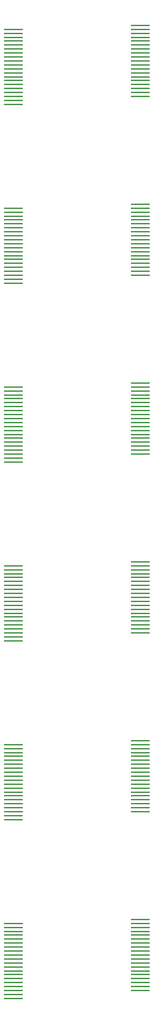
<source format=gbr>
%TF.GenerationSoftware,KiCad,Pcbnew,6.0.8-2.fc36*%
%TF.CreationDate,2022-10-20T17:48:41+01:00*%
%TF.ProjectId,pc070_aida_hdmi_dp,70633037-305f-4616-9964-615f68646d69,rev?*%
%TF.SameCoordinates,Original*%
%TF.FileFunction,Paste,Top*%
%TF.FilePolarity,Positive*%
%FSLAX46Y46*%
G04 Gerber Fmt 4.6, Leading zero omitted, Abs format (unit mm)*
G04 Created by KiCad (PCBNEW 6.0.8-2.fc36) date 2022-10-20 17:48:41*
%MOMM*%
%LPD*%
G01*
G04 APERTURE LIST*
%ADD10R,2.400000X0.280000*%
%ADD11R,2.350000X0.280000*%
G04 APERTURE END LIST*
D10*
%TO.C,J1*%
X83560000Y-54485000D03*
X83560000Y-54985000D03*
X83560000Y-55485000D03*
X83560000Y-55985000D03*
X83560000Y-56485000D03*
X83560000Y-56985000D03*
X83560000Y-57485000D03*
X83560000Y-57985000D03*
X83560000Y-58485000D03*
X83560000Y-58985000D03*
X83560000Y-59485000D03*
X83560000Y-59985000D03*
X83560000Y-60485000D03*
X83560000Y-60985000D03*
X83560000Y-61485000D03*
X83560000Y-61985000D03*
X83560000Y-62485000D03*
X83560000Y-62985000D03*
X83560000Y-63485000D03*
X83560000Y-63985000D03*
%TD*%
D11*
%TO.C,J6*%
X99675000Y-99197000D03*
X99675000Y-99697000D03*
X99675000Y-100197000D03*
X99675000Y-100697000D03*
X99675000Y-101197000D03*
X99675000Y-101697000D03*
X99675000Y-102197000D03*
X99675000Y-102697000D03*
X99675000Y-103197000D03*
X99675000Y-103697000D03*
X99675000Y-104197000D03*
X99675000Y-104697000D03*
X99675000Y-105197000D03*
X99675000Y-105697000D03*
X99675000Y-106197000D03*
X99675000Y-106697000D03*
X99675000Y-107197000D03*
X99675000Y-107697000D03*
X99675000Y-108197000D03*
%TD*%
%TO.C,J8*%
X99675000Y-121803000D03*
X99675000Y-122303000D03*
X99675000Y-122803000D03*
X99675000Y-123303000D03*
X99675000Y-123803000D03*
X99675000Y-124303000D03*
X99675000Y-124803000D03*
X99675000Y-125303000D03*
X99675000Y-125803000D03*
X99675000Y-126303000D03*
X99675000Y-126803000D03*
X99675000Y-127303000D03*
X99675000Y-127803000D03*
X99675000Y-128303000D03*
X99675000Y-128803000D03*
X99675000Y-129303000D03*
X99675000Y-129803000D03*
X99675000Y-130303000D03*
X99675000Y-130803000D03*
%TD*%
D10*
%TO.C,J7*%
X83560000Y-131803000D03*
X83560000Y-131303000D03*
X83560000Y-130803000D03*
X83560000Y-130303000D03*
X83560000Y-129803000D03*
X83560000Y-129303000D03*
X83560000Y-128803000D03*
X83560000Y-128303000D03*
X83560000Y-127803000D03*
X83560000Y-127303000D03*
X83560000Y-126803000D03*
X83560000Y-126303000D03*
X83560000Y-125803000D03*
X83560000Y-125303000D03*
X83560000Y-124803000D03*
X83560000Y-124303000D03*
X83560000Y-123803000D03*
X83560000Y-123303000D03*
X83560000Y-122803000D03*
X83560000Y-122303000D03*
%TD*%
D11*
%TO.C,J2*%
X99675000Y-53985000D03*
X99675000Y-54485000D03*
X99675000Y-54985000D03*
X99675000Y-55485000D03*
X99675000Y-55985000D03*
X99675000Y-56485000D03*
X99675000Y-56985000D03*
X99675000Y-57485000D03*
X99675000Y-57985000D03*
X99675000Y-58485000D03*
X99675000Y-58985000D03*
X99675000Y-59485000D03*
X99675000Y-59985000D03*
X99675000Y-60485000D03*
X99675000Y-60985000D03*
X99675000Y-61485000D03*
X99675000Y-61985000D03*
X99675000Y-62485000D03*
X99675000Y-62985000D03*
%TD*%
D10*
%TO.C,J9*%
X83560000Y-154409000D03*
X83560000Y-153909000D03*
X83560000Y-153409000D03*
X83560000Y-152909000D03*
X83560000Y-152409000D03*
X83560000Y-151909000D03*
X83560000Y-151409000D03*
X83560000Y-150909000D03*
X83560000Y-150409000D03*
X83560000Y-149909000D03*
X83560000Y-149409000D03*
X83560000Y-148909000D03*
X83560000Y-148409000D03*
X83560000Y-147909000D03*
X83560000Y-147409000D03*
X83560000Y-146909000D03*
X83560000Y-146409000D03*
X83560000Y-145909000D03*
X83560000Y-145409000D03*
X83560000Y-144909000D03*
%TD*%
D11*
%TO.C,J4*%
X99675000Y-76591000D03*
X99675000Y-77091000D03*
X99675000Y-77591000D03*
X99675000Y-78091000D03*
X99675000Y-78591000D03*
X99675000Y-79091000D03*
X99675000Y-79591000D03*
X99675000Y-80091000D03*
X99675000Y-80591000D03*
X99675000Y-81091000D03*
X99675000Y-81591000D03*
X99675000Y-82091000D03*
X99675000Y-82591000D03*
X99675000Y-83091000D03*
X99675000Y-83591000D03*
X99675000Y-84091000D03*
X99675000Y-84591000D03*
X99675000Y-85091000D03*
X99675000Y-85591000D03*
%TD*%
%TO.C,J10*%
X99675000Y-144409000D03*
X99675000Y-144909000D03*
X99675000Y-145409000D03*
X99675000Y-145909000D03*
X99675000Y-146409000D03*
X99675000Y-146909000D03*
X99675000Y-147409000D03*
X99675000Y-147909000D03*
X99675000Y-148409000D03*
X99675000Y-148909000D03*
X99675000Y-149409000D03*
X99675000Y-149909000D03*
X99675000Y-150409000D03*
X99675000Y-150909000D03*
X99675000Y-151409000D03*
X99675000Y-151909000D03*
X99675000Y-152409000D03*
X99675000Y-152909000D03*
X99675000Y-153409000D03*
%TD*%
%TO.C,J12*%
X99675000Y-167015000D03*
X99675000Y-167515000D03*
X99675000Y-168015000D03*
X99675000Y-168515000D03*
X99675000Y-169015000D03*
X99675000Y-169515000D03*
X99675000Y-170015000D03*
X99675000Y-170515000D03*
X99675000Y-171015000D03*
X99675000Y-171515000D03*
X99675000Y-172015000D03*
X99675000Y-172515000D03*
X99675000Y-173015000D03*
X99675000Y-173515000D03*
X99675000Y-174015000D03*
X99675000Y-174515000D03*
X99675000Y-175015000D03*
X99675000Y-175515000D03*
X99675000Y-176015000D03*
%TD*%
D10*
%TO.C,J3*%
X83560000Y-86591000D03*
X83560000Y-86091000D03*
X83560000Y-85591000D03*
X83560000Y-85091000D03*
X83560000Y-84591000D03*
X83560000Y-84091000D03*
X83560000Y-83591000D03*
X83560000Y-83091000D03*
X83560000Y-82591000D03*
X83560000Y-82091000D03*
X83560000Y-81591000D03*
X83560000Y-81091000D03*
X83560000Y-80591000D03*
X83560000Y-80091000D03*
X83560000Y-79591000D03*
X83560000Y-79091000D03*
X83560000Y-78591000D03*
X83560000Y-78091000D03*
X83560000Y-77591000D03*
X83560000Y-77091000D03*
%TD*%
%TO.C,J5*%
X83560000Y-109197000D03*
X83560000Y-108697000D03*
X83560000Y-108197000D03*
X83560000Y-107697000D03*
X83560000Y-107197000D03*
X83560000Y-106697000D03*
X83560000Y-106197000D03*
X83560000Y-105697000D03*
X83560000Y-105197000D03*
X83560000Y-104697000D03*
X83560000Y-104197000D03*
X83560000Y-103697000D03*
X83560000Y-103197000D03*
X83560000Y-102697000D03*
X83560000Y-102197000D03*
X83560000Y-101697000D03*
X83560000Y-101197000D03*
X83560000Y-100697000D03*
X83560000Y-100197000D03*
X83560000Y-99697000D03*
%TD*%
%TO.C,J11*%
X83560000Y-177015000D03*
X83560000Y-176515000D03*
X83560000Y-176015000D03*
X83560000Y-175515000D03*
X83560000Y-175015000D03*
X83560000Y-174515000D03*
X83560000Y-174015000D03*
X83560000Y-173515000D03*
X83560000Y-173015000D03*
X83560000Y-172515000D03*
X83560000Y-172015000D03*
X83560000Y-171515000D03*
X83560000Y-171015000D03*
X83560000Y-170515000D03*
X83560000Y-170015000D03*
X83560000Y-169515000D03*
X83560000Y-169015000D03*
X83560000Y-168515000D03*
X83560000Y-168015000D03*
X83560000Y-167515000D03*
%TD*%
M02*

</source>
